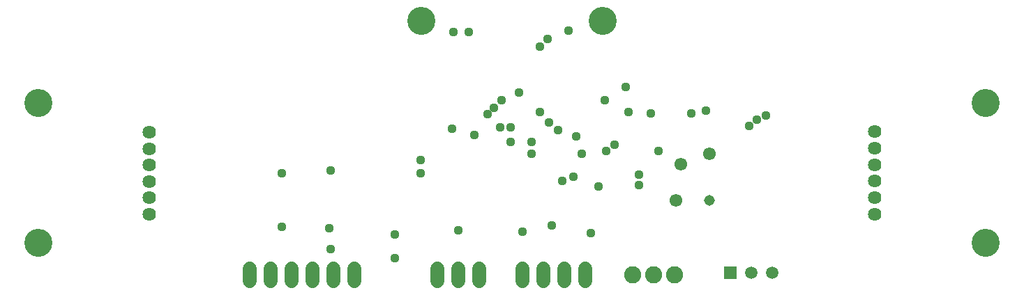
<source format=gbs>
G75*
%MOIN*%
%OFA0B0*%
%FSLAX25Y25*%
%IPPOS*%
%LPD*%
%AMOC8*
5,1,8,0,0,1.08239X$1,22.5*
%
%ADD10C,0.13398*%
%ADD11R,0.05950X0.05950*%
%ADD12C,0.05950*%
%ADD13C,0.06800*%
%ADD14C,0.06400*%
%ADD15C,0.08200*%
%ADD16C,0.04369*%
%ADD17C,0.05156*%
%ADD18C,0.06115*%
D10*
X0058587Y0042840D03*
X0058587Y0109769D03*
X0241657Y0149140D03*
X0328272Y0149140D03*
X0511343Y0109769D03*
X0511343Y0042840D03*
D11*
X0389095Y0028424D03*
D12*
X0399095Y0028424D03*
X0409095Y0028424D03*
D13*
X0320055Y0030708D02*
X0320055Y0024708D01*
X0310055Y0024708D02*
X0310055Y0030708D01*
X0300055Y0030708D02*
X0300055Y0024708D01*
X0290055Y0024708D02*
X0290055Y0030708D01*
X0269338Y0030675D02*
X0269338Y0024675D01*
X0259338Y0024675D02*
X0259338Y0030675D01*
X0249338Y0030675D02*
X0249338Y0024675D01*
X0209524Y0024655D02*
X0209524Y0030655D01*
X0199524Y0030655D02*
X0199524Y0024655D01*
X0189524Y0024655D02*
X0189524Y0030655D01*
X0179524Y0030655D02*
X0179524Y0024655D01*
X0169524Y0024655D02*
X0169524Y0030655D01*
X0159524Y0030655D02*
X0159524Y0024655D01*
D14*
X0111410Y0056537D03*
X0111410Y0064411D03*
X0111410Y0072285D03*
X0111410Y0080159D03*
X0111410Y0088033D03*
X0111410Y0095907D03*
X0458315Y0096078D03*
X0458315Y0088204D03*
X0458315Y0080330D03*
X0458315Y0072456D03*
X0458315Y0064582D03*
X0458315Y0056708D03*
D15*
X0362566Y0027713D03*
X0352566Y0027713D03*
X0342566Y0027713D03*
D16*
X0322499Y0047530D03*
X0303749Y0051280D03*
X0289999Y0048155D03*
X0259374Y0048780D03*
X0228749Y0046905D03*
X0198124Y0040030D03*
X0228749Y0035655D03*
X0197499Y0050030D03*
X0174999Y0050655D03*
X0174999Y0076280D03*
X0198124Y0077530D03*
X0241249Y0076280D03*
X0241249Y0082530D03*
X0266874Y0094405D03*
X0256249Y0097530D03*
X0273124Y0104405D03*
X0276249Y0107530D03*
X0279999Y0111280D03*
X0288124Y0115030D03*
X0298124Y0105655D03*
X0302499Y0100655D03*
X0306874Y0096905D03*
X0315624Y0093780D03*
X0333749Y0090030D03*
X0329999Y0086905D03*
X0318124Y0085655D03*
X0294374Y0085655D03*
X0294374Y0091280D03*
X0284374Y0091280D03*
X0284374Y0098155D03*
X0279374Y0098155D03*
X0329374Y0111280D03*
X0340624Y0105655D03*
X0351249Y0105030D03*
X0370624Y0105030D03*
X0377499Y0106280D03*
X0398124Y0098780D03*
X0401874Y0101905D03*
X0406249Y0103780D03*
X0354999Y0086905D03*
X0345624Y0075655D03*
X0345624Y0070655D03*
X0326249Y0070030D03*
X0314374Y0074405D03*
X0308749Y0072530D03*
X0339374Y0117530D03*
X0298124Y0136905D03*
X0301874Y0140655D03*
X0311874Y0144405D03*
X0264374Y0143780D03*
X0256874Y0143780D03*
D17*
X0379374Y0063155D03*
D18*
X0363124Y0063155D03*
X0365624Y0080655D03*
X0379374Y0085655D03*
M02*

</source>
